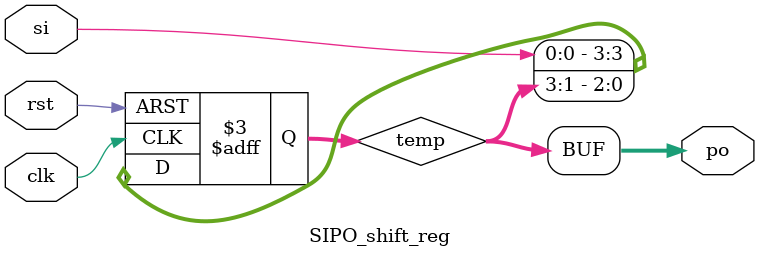
<source format=v>
`timescale 1ns / 1ps

module SIPO_shift_reg( // 4 bit 
        input si,// serial in 
        input clk,rst,
        output [3:0]po
    );
    reg [3:0]temp;
    always@(posedge clk, posedge rst)
        begin    
            if(rst)   
                temp <= 4'b0000;
            else  
                begin 
                    temp = temp >> 1;
                    temp[3] <= si;
                      //temp <= {si, temp[3:1]}; 
                end  
        end         
        assign po = temp;
endmodule
</source>
